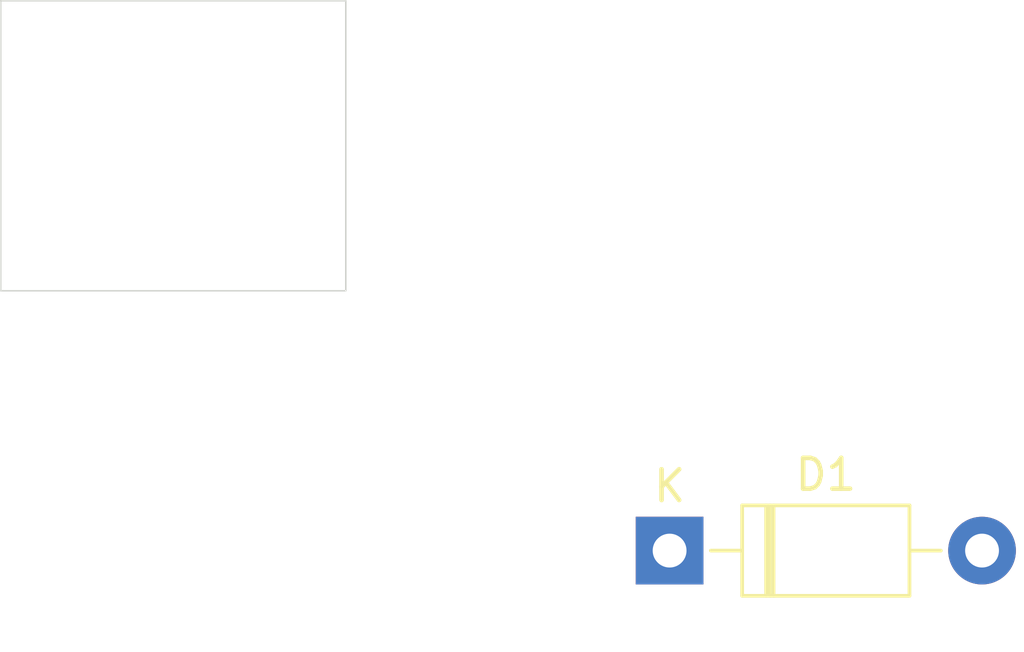
<source format=kicad_pcb>
(kicad_pcb (version 20240108) (generator "pcbnew") (generator_version "8.0")
  (layers (0 "F.Cu" signal) (31 "B.Cu" signal) (34 "B.Paste" user) (35 "F.Paste" user) (36 "B.SilkS" user "B.Silkscreen") (37 "F.SilkS" user "F.Silkscreen") (38 "B.Mask" user) (39 "F.Mask" user) (44 "Edge.Cuts" user))
  (net 0 "")
  (footprint "Diode_THT:D_DO-41_SOD81_P10.16mm_Horizontal" (layer "F.Cu") (at 137.52 69.37)
    (property "Reference" "D1" (at 5.08 -2.47 0) (layer "F.SilkS"))
    (property "Value" "1N4007")
    (fp_line (start 1.34 0) (end 2.36 0) (stroke (width 0.12)) (layer "F.SilkS"))
    (fp_line (start 2.36 -1.47) (end 2.36 1.47) (stroke (width 0.12)) (layer "F.SilkS"))
    (fp_line (start 2.36 1.47) (end 7.8 1.47) (stroke (width 0.12)) (layer "F.SilkS"))
    (fp_line (start 3.14 -1.47) (end 3.14 1.47) (stroke (width 0.12)) (layer "F.SilkS"))
    (fp_line (start 3.26 -1.47) (end 3.26 1.47) (stroke (width 0.12)) (layer "F.SilkS"))
    (fp_line (start 3.38 -1.47) (end 3.38 1.47) (stroke (width 0.12)) (layer "F.SilkS"))
    (fp_line (start 7.8 -1.47) (end 2.36 -1.47) (stroke (width 0.12)) (layer "F.SilkS"))
    (fp_line (start 7.8 1.47) (end 7.8 -1.47) (stroke (width 0.12)) (layer "F.SilkS"))
    (fp_line (start 8.82 0) (end 7.8 0) (stroke (width 0.12)) (layer "F.SilkS"))
    (fp_text user "K" (at 0 -2.1 0) (layer "F.SilkS"))
    (pad "1" thru_hole rect (at 0 0) (size 2.2 2.2) (drill 1.1) (layers "*.Cu" "*.Mask"))
    (pad "2" thru_hole oval (at 10.16 0) (size 2.2 2.2) (drill 1.1) (layers "*.Cu" "*.Mask"))
  )
  (gr_rect (start 115.77 51.49) (end 126.99 60.92) (stroke (width 0.05)) (fill none) (layer "Edge.Cuts"))
)
</source>
